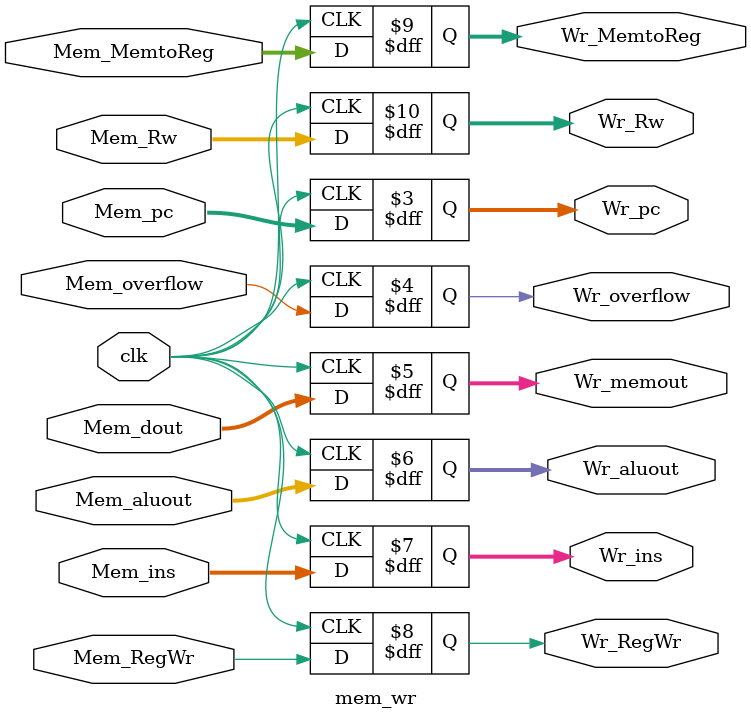
<source format=v>
module mem_wr(   clk,
                    Mem_pc, Mem_overflow, Mem_dout, Mem_aluout, Mem_ins, Mem_RegWr, Mem_MemtoReg, Mem_Rw,
                    Wr_pc, Wr_overflow, Wr_memout, Wr_aluout, Wr_ins, Wr_RegWr, Wr_MemtoReg, Wr_Rw);

input clk;
input[31:2]   Mem_pc;
input         Mem_overflow;
input[31:0]   Mem_dout;
input[31:0]   Mem_aluout;
input[31:0]   Mem_ins;
input         Mem_RegWr;
input[1:0]    Mem_MemtoReg;
input[4:0]    Mem_Rw;

output reg[31:2]  Wr_pc;
output reg        Wr_overflow;
output reg[31:0]  Wr_memout;
output reg[31:0]  Wr_aluout;
output reg[31:0]  Wr_ins;
output reg        Wr_RegWr;
output reg[1:0]   Wr_MemtoReg;
output reg[4:0]   Wr_Rw;

initial begin
    Wr_pc        =  30'd0;
    Wr_overflow  =  0;
    Wr_memout    =  32'd0;
    Wr_aluout    =  32'd0;
    Wr_ins       =  32'd0;
    Wr_RegWr       =  0;
    Wr_MemtoReg  =  2'd0;
    Wr_Rw        =  5'd0;
end

always @(negedge clk)
begin
    Wr_pc        <=  Mem_pc;
    Wr_overflow  <=  Mem_overflow;
    Wr_memout    <=  Mem_dout;
    Wr_aluout    <=  Mem_aluout;
    Wr_ins       <=  Mem_ins;
    Wr_RegWr     <=  Mem_RegWr;
    Wr_MemtoReg  <=  Mem_MemtoReg;
    Wr_Rw        <=  Mem_Rw;
end
endmodule

</source>
